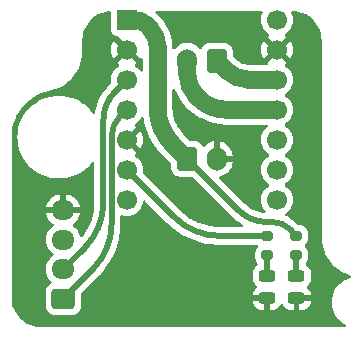
<source format=gbr>
%TF.GenerationSoftware,KiCad,Pcbnew,8.0.1*%
%TF.CreationDate,2024-07-18T22:05:32+09:00*%
%TF.ProjectId,Dribbler-20240708,44726962-626c-4657-922d-323032343037,rev?*%
%TF.SameCoordinates,Original*%
%TF.FileFunction,Copper,L1,Top*%
%TF.FilePolarity,Positive*%
%FSLAX46Y46*%
G04 Gerber Fmt 4.6, Leading zero omitted, Abs format (unit mm)*
G04 Created by KiCad (PCBNEW 8.0.1) date 2024-07-18 22:05:32*
%MOMM*%
%LPD*%
G01*
G04 APERTURE LIST*
G04 Aperture macros list*
%AMRoundRect*
0 Rectangle with rounded corners*
0 $1 Rounding radius*
0 $2 $3 $4 $5 $6 $7 $8 $9 X,Y pos of 4 corners*
0 Add a 4 corners polygon primitive as box body*
4,1,4,$2,$3,$4,$5,$6,$7,$8,$9,$2,$3,0*
0 Add four circle primitives for the rounded corners*
1,1,$1+$1,$2,$3*
1,1,$1+$1,$4,$5*
1,1,$1+$1,$6,$7*
1,1,$1+$1,$8,$9*
0 Add four rect primitives between the rounded corners*
20,1,$1+$1,$2,$3,$4,$5,0*
20,1,$1+$1,$4,$5,$6,$7,0*
20,1,$1+$1,$6,$7,$8,$9,0*
20,1,$1+$1,$8,$9,$2,$3,0*%
G04 Aperture macros list end*
%TA.AperFunction,ComponentPad*%
%ADD10RoundRect,0.250000X-0.600000X-0.750000X0.600000X-0.750000X0.600000X0.750000X-0.600000X0.750000X0*%
%TD*%
%TA.AperFunction,ComponentPad*%
%ADD11O,1.700000X2.000000*%
%TD*%
%TA.AperFunction,ComponentPad*%
%ADD12R,1.700000X1.700000*%
%TD*%
%TA.AperFunction,ComponentPad*%
%ADD13C,1.700000*%
%TD*%
%TA.AperFunction,SMDPad,CuDef*%
%ADD14RoundRect,0.200000X0.275000X-0.200000X0.275000X0.200000X-0.275000X0.200000X-0.275000X-0.200000X0*%
%TD*%
%TA.AperFunction,ComponentPad*%
%ADD15RoundRect,0.250000X0.725000X-0.600000X0.725000X0.600000X-0.725000X0.600000X-0.725000X-0.600000X0*%
%TD*%
%TA.AperFunction,ComponentPad*%
%ADD16O,1.950000X1.700000*%
%TD*%
%TA.AperFunction,SMDPad,CuDef*%
%ADD17RoundRect,0.243750X0.456250X-0.243750X0.456250X0.243750X-0.456250X0.243750X-0.456250X-0.243750X0*%
%TD*%
%TA.AperFunction,ComponentPad*%
%ADD18RoundRect,0.250000X0.600000X0.750000X-0.600000X0.750000X-0.600000X-0.750000X0.600000X-0.750000X0*%
%TD*%
%TA.AperFunction,Conductor*%
%ADD19C,0.500000*%
%TD*%
%TA.AperFunction,Conductor*%
%ADD20C,1.500000*%
%TD*%
G04 APERTURE END LIST*
D10*
%TO.P,VIN,1,Pin_1*%
%TO.N,VCC*%
X113750000Y-103150000D03*
D11*
%TO.P,VIN,2,Pin_2*%
%TO.N,GND*%
X116250000Y-103150000D03*
%TD*%
D12*
%TO.P,U1,1,VM*%
%TO.N,VCC*%
X108650000Y-91380000D03*
D13*
%TO.P,U1,2,GND*%
%TO.N,GND*%
X108650000Y-93920000D03*
%TO.P,U1,3,EN*%
%TO.N,EN*%
X108650000Y-96460000D03*
%TO.P,U1,4,PH*%
%TO.N,PH*%
X108650000Y-99000000D03*
%TO.P,U1,5,PMODE*%
%TO.N,GND*%
X108650000Y-101540000D03*
%TO.P,U1,6,SLEEP*%
%TO.N,+3.3V*%
X108650000Y-104080000D03*
%TO.P,U1,7,VREF*%
%TO.N,unconnected-(U1-VREF-Pad7)*%
X108650000Y-106620000D03*
%TO.P,U1,8,CS*%
%TO.N,unconnected-(U1-CS-Pad8)*%
X121350000Y-106620000D03*
%TO.P,U1,9,FAULT*%
%TO.N,unconnected-(U1-FAULT-Pad9)*%
X121350000Y-104080000D03*
%TO.P,U1,10,IMODE*%
%TO.N,unconnected-(U1-IMODE-Pad10)*%
X121350000Y-101540000D03*
%TO.P,U1,11,OUT2*%
%TO.N,OUT2*%
X121350000Y-99000000D03*
%TO.P,U1,12,OUT1*%
%TO.N,OUT1*%
X121350000Y-96460000D03*
%TO.P,U1,13,GND*%
%TO.N,GND*%
X121350000Y-93920000D03*
%TO.P,U1,14,VIN*%
%TO.N,unconnected-(U1-VIN-Pad14)*%
X121350000Y-91380000D03*
%TD*%
D14*
%TO.P,R2,1*%
%TO.N,Net-(D2-A)*%
X123000000Y-111325000D03*
%TO.P,R2,2*%
%TO.N,VCC*%
X123000000Y-109675000D03*
%TD*%
D15*
%TO.P,SIG/LOGIC,1,Pin_1*%
%TO.N,PH*%
X103250000Y-115000000D03*
D16*
%TO.P,SIG/LOGIC,2,Pin_2*%
%TO.N,EN*%
X103250000Y-112500000D03*
%TO.P,SIG/LOGIC,3,Pin_3*%
%TO.N,+3.3V*%
X103250000Y-110000000D03*
%TO.P,SIG/LOGIC,4,Pin_4*%
%TO.N,GND*%
X103250000Y-107500000D03*
%TD*%
D17*
%TO.P,LGC,1,K*%
%TO.N,GND*%
X120500000Y-114937500D03*
%TO.P,LGC,2,A*%
%TO.N,Net-(D1-A)*%
X120500000Y-113062500D03*
%TD*%
D18*
%TO.P,J3,1,Pin_1*%
%TO.N,OUT1*%
X116250000Y-94850000D03*
D11*
%TO.P,J3,2,Pin_2*%
%TO.N,OUT2*%
X113750000Y-94850000D03*
%TD*%
D14*
%TO.P,R1,1*%
%TO.N,Net-(D1-A)*%
X120500000Y-111325000D03*
%TO.P,R1,2*%
%TO.N,+3.3V*%
X120500000Y-109675000D03*
%TD*%
D17*
%TO.P,PWR,1,K*%
%TO.N,GND*%
X123000000Y-114937500D03*
%TO.P,PWR,2,A*%
%TO.N,Net-(D2-A)*%
X123000000Y-113062500D03*
%TD*%
D19*
%TO.N,Net-(D1-A)*%
X120500000Y-113062500D02*
X120500000Y-111325000D01*
%TO.N,Net-(D2-A)*%
X123000000Y-111325000D02*
X123000000Y-113062500D01*
%TO.N,VCC*%
X113750000Y-103150000D02*
X118136567Y-107536567D01*
X122412500Y-109087500D02*
X123000000Y-109675000D01*
D20*
X113750000Y-103150000D02*
X112500000Y-101900000D01*
D19*
X120994149Y-108500000D02*
X120462500Y-108500000D01*
D20*
X109265000Y-91380000D02*
X108650000Y-91380000D01*
X110565000Y-92065000D02*
X110314870Y-91814870D01*
X111250000Y-93718736D02*
X111250000Y-98882233D01*
D19*
X122412500Y-109087500D02*
G75*
G03*
X120994149Y-108500021I-1418300J-1418300D01*
G01*
D20*
X110564999Y-92065001D02*
G75*
G02*
X111249984Y-93718736I-1653699J-1653699D01*
G01*
D19*
X118136567Y-107536567D02*
G75*
G03*
X120462500Y-108499990I2325933J2325967D01*
G01*
D20*
X111250000Y-98882233D02*
G75*
G03*
X112500010Y-101899990I4267800J33D01*
G01*
X110314870Y-91814870D02*
G75*
G03*
X109265000Y-91379988I-1049870J-1049830D01*
G01*
%TO.N,OUT2*%
X113750000Y-95950000D02*
X113750000Y-94850000D01*
X114725000Y-98025000D02*
X114527817Y-97827817D01*
X117078858Y-99000000D02*
X121350000Y-99000000D01*
X114725000Y-98025000D02*
G75*
G03*
X117078858Y-99000017I2353900J2353900D01*
G01*
X113750000Y-95950000D02*
G75*
G03*
X114527824Y-97827810I2655600J0D01*
G01*
%TO.N,OUT1*%
X117055000Y-95655000D02*
X116250000Y-94850000D01*
X118998441Y-96460000D02*
X121350000Y-96460000D01*
X117055000Y-95655000D02*
G75*
G03*
X118998441Y-96459982I1943400J1943400D01*
G01*
D19*
%TO.N,PH*%
X105756207Y-112493792D02*
X103250000Y-115000000D01*
X108000000Y-99650000D02*
X108650000Y-99000000D01*
X107350000Y-101219238D02*
X107350000Y-108646036D01*
X108000001Y-99650001D02*
G75*
G03*
X107350017Y-101219238I1569199J-1569199D01*
G01*
X107350000Y-108646036D02*
G75*
G02*
X105756200Y-112493785I-5441600J36D01*
G01*
%TO.N,EN*%
X107650000Y-97460000D02*
X108650000Y-96460000D01*
X105056207Y-110693792D02*
X103250000Y-112500000D01*
X106650000Y-99874213D02*
X106650000Y-106846036D01*
X107650000Y-97460000D02*
G75*
G03*
X106650006Y-99874213I2414200J-2414200D01*
G01*
X106650000Y-106846036D02*
G75*
G02*
X105056200Y-110693785I-5441600J36D01*
G01*
%TO.N,+3.3V*%
X112651207Y-108081207D02*
X108650000Y-104080000D01*
X116498963Y-109675000D02*
X120500000Y-109675000D01*
X112651208Y-108081206D02*
G75*
G03*
X116498963Y-109675010I3847792J3847806D01*
G01*
%TD*%
%TA.AperFunction,Conductor*%
%TO.N,GND*%
G36*
X122914979Y-90628425D02*
G01*
X122929894Y-90630244D01*
X123213153Y-90682376D01*
X123227737Y-90685986D01*
X123502599Y-90772012D01*
X123516641Y-90777361D01*
X123779075Y-90896021D01*
X123792369Y-90903032D01*
X124038506Y-91052573D01*
X124050857Y-91061143D01*
X124277087Y-91239371D01*
X124288311Y-91249373D01*
X124491316Y-91453674D01*
X124501247Y-91464962D01*
X124676321Y-91690125D01*
X124678029Y-91692321D01*
X124686521Y-91704727D01*
X124834494Y-91951820D01*
X124841421Y-91965162D01*
X124958399Y-92228330D01*
X124963662Y-92242413D01*
X125047936Y-92517820D01*
X125051455Y-92532436D01*
X125101778Y-92816003D01*
X125103503Y-92830937D01*
X125119326Y-93121926D01*
X125119507Y-93129444D01*
X125119085Y-93195976D01*
X125119519Y-93202922D01*
X125119519Y-109638619D01*
X125119500Y-109638683D01*
X125119500Y-109690000D01*
X125119500Y-109861969D01*
X125127851Y-109946759D01*
X125153210Y-110204249D01*
X125220308Y-110541572D01*
X125320150Y-110870706D01*
X125386177Y-111030109D01*
X125445036Y-111172208D01*
X125451770Y-111188464D01*
X125451772Y-111188469D01*
X125613893Y-111491775D01*
X125613904Y-111491793D01*
X125804975Y-111777751D01*
X125804985Y-111777765D01*
X126023176Y-112043632D01*
X126266367Y-112286823D01*
X126266372Y-112286827D01*
X126266373Y-112286828D01*
X126532240Y-112505019D01*
X126818213Y-112696100D01*
X126818222Y-112696105D01*
X126818224Y-112696106D01*
X127121530Y-112858227D01*
X127121532Y-112858227D01*
X127121538Y-112858231D01*
X127439295Y-112989850D01*
X127547535Y-113022684D01*
X127605972Y-113060981D01*
X127634428Y-113124793D01*
X127623868Y-113193860D01*
X127577644Y-113246253D01*
X127544993Y-113260746D01*
X127382917Y-113306157D01*
X127382916Y-113306158D01*
X127119363Y-113420634D01*
X126873834Y-113569944D01*
X126650931Y-113751289D01*
X126454793Y-113961299D01*
X126289079Y-114196064D01*
X126156875Y-114451206D01*
X126060648Y-114721962D01*
X126060647Y-114721965D01*
X126002182Y-115003319D01*
X125982573Y-115290000D01*
X126002182Y-115576680D01*
X126002182Y-115576684D01*
X126002183Y-115576686D01*
X126023965Y-115681509D01*
X126060647Y-115858034D01*
X126060648Y-115858037D01*
X126156875Y-116128793D01*
X126156874Y-116128793D01*
X126289079Y-116383935D01*
X126454793Y-116618700D01*
X126523052Y-116691787D01*
X126650928Y-116828708D01*
X126873834Y-117010055D01*
X127119356Y-117159361D01*
X127119359Y-117159362D01*
X127119671Y-117159552D01*
X127166723Y-117211204D01*
X127178380Y-117280094D01*
X127150942Y-117344351D01*
X127093120Y-117383573D01*
X127055242Y-117389500D01*
X101383751Y-117389500D01*
X101376264Y-117389274D01*
X101086205Y-117371728D01*
X101071340Y-117369923D01*
X100789201Y-117318219D01*
X100774663Y-117314635D01*
X100500832Y-117229306D01*
X100486831Y-117223997D01*
X100225263Y-117106275D01*
X100212004Y-117099316D01*
X99966540Y-116950928D01*
X99954217Y-116942422D01*
X99888372Y-116890836D01*
X99728426Y-116765526D01*
X99717218Y-116755596D01*
X99514403Y-116552781D01*
X99504473Y-116541573D01*
X99327573Y-116315776D01*
X99319075Y-116303465D01*
X99170680Y-116057989D01*
X99163727Y-116044743D01*
X99046000Y-115783163D01*
X99040693Y-115769167D01*
X99040525Y-115768629D01*
X98955363Y-115495335D01*
X98951780Y-115480798D01*
X98905969Y-115230815D01*
X98900075Y-115198657D01*
X98898271Y-115183794D01*
X98880745Y-114894050D01*
X98880519Y-114886563D01*
X98880519Y-101373872D01*
X98880520Y-101373869D01*
X98880519Y-101310807D01*
X98880648Y-101305150D01*
X98880673Y-101304596D01*
X98896914Y-100948983D01*
X98897943Y-100937744D01*
X98946228Y-100587337D01*
X98948276Y-100576249D01*
X99028304Y-100231718D01*
X99031363Y-100220832D01*
X99142467Y-99885037D01*
X99146508Y-99874467D01*
X99232166Y-99677830D01*
X99287758Y-99550210D01*
X99292733Y-99540078D01*
X99462980Y-99230009D01*
X99468850Y-99220386D01*
X99666647Y-98927144D01*
X99673389Y-98918073D01*
X99702644Y-98882243D01*
X99897088Y-98644097D01*
X99904612Y-98635695D01*
X100152375Y-98383237D01*
X100160649Y-98375544D01*
X100214130Y-98330178D01*
X100430386Y-98146735D01*
X100439302Y-98139847D01*
X100728785Y-97936575D01*
X100738296Y-97930525D01*
X101045112Y-97754490D01*
X101055162Y-97749319D01*
X101376715Y-97602004D01*
X101387185Y-97597774D01*
X101720858Y-97480380D01*
X101731666Y-97477124D01*
X102076740Y-97390112D01*
X102082262Y-97388853D01*
X102248014Y-97355050D01*
X102575478Y-97254047D01*
X102891512Y-97121547D01*
X103193096Y-96958815D01*
X103477345Y-96767409D01*
X103741543Y-96549157D01*
X103983163Y-96306147D01*
X104199895Y-96040702D01*
X104389668Y-95755359D01*
X104550666Y-95452847D01*
X104681351Y-95136058D01*
X104681353Y-95136052D01*
X104780471Y-94808032D01*
X104780472Y-94808025D01*
X104780474Y-94808020D01*
X104847086Y-94471870D01*
X104880551Y-94130821D01*
X104880519Y-93959478D01*
X104880519Y-93893586D01*
X104880519Y-93113730D01*
X104880745Y-93106242D01*
X104898292Y-92816191D01*
X104900097Y-92801327D01*
X104905404Y-92772369D01*
X104951803Y-92519186D01*
X104955382Y-92504668D01*
X105040721Y-92230807D01*
X105046021Y-92216832D01*
X105163749Y-91955257D01*
X105170698Y-91942015D01*
X105319101Y-91696529D01*
X105327599Y-91684220D01*
X105504490Y-91458437D01*
X105514410Y-91447237D01*
X105717248Y-91244401D01*
X105728440Y-91234486D01*
X105954235Y-91057588D01*
X105966556Y-91049084D01*
X106212024Y-90900693D01*
X106225269Y-90893742D01*
X106486851Y-90776014D01*
X106500816Y-90770717D01*
X106774690Y-90685376D01*
X106789204Y-90681798D01*
X107071346Y-90630094D01*
X107086203Y-90628290D01*
X107168014Y-90623341D01*
X107236118Y-90638942D01*
X107284978Y-90688886D01*
X107299500Y-90747115D01*
X107299500Y-92277870D01*
X107299501Y-92277876D01*
X107305908Y-92337483D01*
X107356202Y-92472328D01*
X107356206Y-92472335D01*
X107442452Y-92587544D01*
X107442455Y-92587547D01*
X107557664Y-92673793D01*
X107557671Y-92673797D01*
X107602618Y-92690561D01*
X107692517Y-92724091D01*
X107752127Y-92730500D01*
X107762684Y-92730499D01*
X107829722Y-92750179D01*
X107850371Y-92766818D01*
X108520590Y-93437037D01*
X108457007Y-93454075D01*
X108342993Y-93519901D01*
X108249901Y-93612993D01*
X108184075Y-93727007D01*
X108167037Y-93790590D01*
X107535072Y-93158625D01*
X107476401Y-93242419D01*
X107376570Y-93456507D01*
X107376566Y-93456516D01*
X107315432Y-93684673D01*
X107315430Y-93684684D01*
X107294843Y-93919998D01*
X107294843Y-93920001D01*
X107315430Y-94155315D01*
X107315432Y-94155326D01*
X107376566Y-94383483D01*
X107376570Y-94383492D01*
X107476400Y-94597579D01*
X107476402Y-94597583D01*
X107535072Y-94681373D01*
X107535073Y-94681373D01*
X108167037Y-94049409D01*
X108184075Y-94112993D01*
X108249901Y-94227007D01*
X108342993Y-94320099D01*
X108457007Y-94385925D01*
X108520590Y-94402962D01*
X107888625Y-95034925D01*
X107964594Y-95088119D01*
X108008219Y-95142696D01*
X108015413Y-95212194D01*
X107983890Y-95274549D01*
X107964595Y-95291269D01*
X107778594Y-95421508D01*
X107611505Y-95588597D01*
X107475965Y-95782169D01*
X107475964Y-95782171D01*
X107376098Y-95996335D01*
X107376094Y-95996344D01*
X107314938Y-96224586D01*
X107314936Y-96224596D01*
X107294341Y-96459999D01*
X107294341Y-96460001D01*
X107312977Y-96673012D01*
X107299210Y-96741512D01*
X107277131Y-96771500D01*
X107175093Y-96873538D01*
X107157653Y-96890979D01*
X107157652Y-96890979D01*
X107157651Y-96890980D01*
X107155661Y-96892971D01*
X107155627Y-96892989D01*
X107155631Y-96892993D01*
X106990743Y-97057880D01*
X106990737Y-97057886D01*
X106990735Y-97057889D01*
X106921206Y-97140751D01*
X106756967Y-97336483D01*
X106548390Y-97634362D01*
X106548374Y-97634388D01*
X106366546Y-97949322D01*
X106366534Y-97949346D01*
X106212851Y-98278922D01*
X106212848Y-98278930D01*
X106088465Y-98620673D01*
X105994346Y-98971938D01*
X105994343Y-98971951D01*
X105951316Y-99215969D01*
X105920289Y-99278571D01*
X105860342Y-99314462D01*
X105790508Y-99312245D01*
X105732958Y-99272624D01*
X105725211Y-99261980D01*
X105715870Y-99247596D01*
X105706004Y-99235413D01*
X105546055Y-99037892D01*
X105484968Y-98962456D01*
X105225525Y-98703013D01*
X105019706Y-98536344D01*
X104940383Y-98472109D01*
X104632675Y-98272282D01*
X104305758Y-98105708D01*
X103963225Y-97974222D01*
X103963218Y-97974220D01*
X103608813Y-97879257D01*
X103608809Y-97879256D01*
X103608808Y-97879256D01*
X103246424Y-97821860D01*
X102880020Y-97802658D01*
X102880018Y-97802658D01*
X102513613Y-97821860D01*
X102151230Y-97879256D01*
X102151228Y-97879256D01*
X101796812Y-97974222D01*
X101454279Y-98105708D01*
X101127362Y-98272282D01*
X100819654Y-98472109D01*
X100534517Y-98703009D01*
X100534509Y-98703016D01*
X100275073Y-98962452D01*
X100275066Y-98962460D01*
X100044166Y-99247597D01*
X99844339Y-99555305D01*
X99677765Y-99882222D01*
X99546279Y-100224755D01*
X99451313Y-100579171D01*
X99451313Y-100579173D01*
X99393917Y-100941556D01*
X99374715Y-101307961D01*
X99374715Y-101307962D01*
X99393917Y-101674367D01*
X99409920Y-101775403D01*
X99451314Y-102036756D01*
X99499766Y-102217582D01*
X99546279Y-102391168D01*
X99677765Y-102733701D01*
X99844339Y-103060618D01*
X100044166Y-103368326D01*
X100080904Y-103413693D01*
X100275070Y-103653468D01*
X100534513Y-103912911D01*
X100534517Y-103912914D01*
X100819654Y-104143814D01*
X101106631Y-104330178D01*
X101127367Y-104343644D01*
X101454283Y-104510217D01*
X101796820Y-104641704D01*
X102151225Y-104736667D01*
X102513615Y-104794064D01*
X102859753Y-104812203D01*
X102880018Y-104813266D01*
X102880019Y-104813266D01*
X102880020Y-104813266D01*
X102899222Y-104812259D01*
X103246423Y-104794064D01*
X103608813Y-104736667D01*
X103963218Y-104641704D01*
X104305755Y-104510217D01*
X104632671Y-104343644D01*
X104940385Y-104143813D01*
X105225525Y-103912911D01*
X105484968Y-103653468D01*
X105679134Y-103413692D01*
X105736621Y-103373982D01*
X105806452Y-103371654D01*
X105866456Y-103407449D01*
X105897582Y-103470003D01*
X105899500Y-103491729D01*
X105899500Y-106843605D01*
X105899404Y-106848474D01*
X105885228Y-107209218D01*
X105884464Y-107218924D01*
X105842314Y-107575030D01*
X105840791Y-107584647D01*
X105770830Y-107936357D01*
X105768557Y-107945824D01*
X105671222Y-108290945D01*
X105668213Y-108300205D01*
X105544091Y-108636646D01*
X105540366Y-108645641D01*
X105390233Y-108971305D01*
X105385812Y-108979980D01*
X105210602Y-109292839D01*
X105205515Y-109301141D01*
X105006286Y-109599308D01*
X105000564Y-109607184D01*
X104908237Y-109724301D01*
X104851274Y-109764762D01*
X104781480Y-109768004D01*
X104721012Y-109732997D01*
X104692926Y-109685852D01*
X104692246Y-109683760D01*
X104692246Y-109683757D01*
X104626557Y-109481588D01*
X104530051Y-109292184D01*
X104530049Y-109292181D01*
X104530048Y-109292179D01*
X104405109Y-109120213D01*
X104254790Y-108969894D01*
X104254785Y-108969890D01*
X104089781Y-108850008D01*
X104047115Y-108794678D01*
X104041136Y-108725065D01*
X104073741Y-108663270D01*
X104089781Y-108649371D01*
X104254466Y-108529721D01*
X104404723Y-108379464D01*
X104404727Y-108379459D01*
X104529620Y-108207557D01*
X104626095Y-108018217D01*
X104691757Y-107816129D01*
X104691757Y-107816126D01*
X104702231Y-107750000D01*
X103654146Y-107750000D01*
X103692630Y-107683343D01*
X103725000Y-107562535D01*
X103725000Y-107437465D01*
X103692630Y-107316657D01*
X103654146Y-107250000D01*
X104702231Y-107250000D01*
X104691757Y-107183873D01*
X104691757Y-107183870D01*
X104626095Y-106981782D01*
X104529620Y-106792442D01*
X104404727Y-106620540D01*
X104404723Y-106620535D01*
X104254464Y-106470276D01*
X104254459Y-106470272D01*
X104082557Y-106345379D01*
X103893217Y-106248904D01*
X103691128Y-106183242D01*
X103500000Y-106152969D01*
X103500000Y-107095854D01*
X103433343Y-107057370D01*
X103312535Y-107025000D01*
X103187465Y-107025000D01*
X103066657Y-107057370D01*
X103000000Y-107095854D01*
X103000000Y-106152969D01*
X102808872Y-106183242D01*
X102808869Y-106183242D01*
X102606782Y-106248904D01*
X102417442Y-106345379D01*
X102245540Y-106470272D01*
X102245535Y-106470276D01*
X102095276Y-106620535D01*
X102095272Y-106620540D01*
X101970379Y-106792442D01*
X101873904Y-106981782D01*
X101808242Y-107183870D01*
X101808242Y-107183873D01*
X101797769Y-107250000D01*
X102845854Y-107250000D01*
X102807370Y-107316657D01*
X102775000Y-107437465D01*
X102775000Y-107562535D01*
X102807370Y-107683343D01*
X102845854Y-107750000D01*
X101797769Y-107750000D01*
X101808242Y-107816126D01*
X101808242Y-107816129D01*
X101873904Y-108018217D01*
X101970379Y-108207557D01*
X102095272Y-108379459D01*
X102095276Y-108379464D01*
X102245535Y-108529723D01*
X102245540Y-108529727D01*
X102410218Y-108649372D01*
X102452884Y-108704701D01*
X102458863Y-108774315D01*
X102426258Y-108836110D01*
X102410218Y-108850008D01*
X102245214Y-108969890D01*
X102245209Y-108969894D01*
X102094890Y-109120213D01*
X101969951Y-109292179D01*
X101873444Y-109481585D01*
X101807753Y-109683760D01*
X101774500Y-109893713D01*
X101774500Y-110106286D01*
X101806794Y-110310185D01*
X101807754Y-110316243D01*
X101858896Y-110473642D01*
X101873444Y-110518414D01*
X101969951Y-110707820D01*
X102094890Y-110879786D01*
X102245209Y-111030105D01*
X102245214Y-111030109D01*
X102409793Y-111149682D01*
X102452459Y-111205011D01*
X102458438Y-111274625D01*
X102425833Y-111336420D01*
X102409793Y-111350318D01*
X102245214Y-111469890D01*
X102245209Y-111469894D01*
X102094890Y-111620213D01*
X101969951Y-111792179D01*
X101873444Y-111981585D01*
X101807753Y-112183760D01*
X101780791Y-112353996D01*
X101774500Y-112393713D01*
X101774500Y-112606287D01*
X101807754Y-112816243D01*
X101864162Y-112989849D01*
X101873444Y-113018414D01*
X101969951Y-113207820D01*
X102094890Y-113379786D01*
X102233705Y-113518601D01*
X102267190Y-113579924D01*
X102262206Y-113649616D01*
X102220334Y-113705549D01*
X102211121Y-113711821D01*
X102056342Y-113807289D01*
X101932289Y-113931342D01*
X101840187Y-114080663D01*
X101840185Y-114080668D01*
X101831670Y-114106365D01*
X101785001Y-114247203D01*
X101785001Y-114247204D01*
X101785000Y-114247204D01*
X101774500Y-114349983D01*
X101774500Y-115650001D01*
X101774501Y-115650018D01*
X101785000Y-115752796D01*
X101785001Y-115752799D01*
X101838615Y-115914592D01*
X101840186Y-115919334D01*
X101932288Y-116068656D01*
X102056344Y-116192712D01*
X102205666Y-116284814D01*
X102372203Y-116339999D01*
X102474991Y-116350500D01*
X104025008Y-116350499D01*
X104127797Y-116339999D01*
X104294334Y-116284814D01*
X104443656Y-116192712D01*
X104567712Y-116068656D01*
X104659814Y-115919334D01*
X104714999Y-115752797D01*
X104725500Y-115650009D01*
X104725500Y-115187500D01*
X119300000Y-115187500D01*
X119300000Y-115230815D01*
X119310407Y-115332673D01*
X119365094Y-115497709D01*
X119365096Y-115497714D01*
X119456370Y-115645691D01*
X119579308Y-115768629D01*
X119727285Y-115859903D01*
X119727290Y-115859905D01*
X119892326Y-115914592D01*
X119994184Y-115924999D01*
X119994197Y-115925000D01*
X120250000Y-115925000D01*
X120250000Y-115187500D01*
X119300000Y-115187500D01*
X104725500Y-115187500D01*
X104725499Y-114637227D01*
X104745183Y-114570189D01*
X104761813Y-114549552D01*
X106220905Y-113090459D01*
X106220910Y-113090456D01*
X106231113Y-113080252D01*
X106231115Y-113080252D01*
X106286892Y-113024475D01*
X106286891Y-113024474D01*
X106323204Y-112988162D01*
X106323206Y-112988158D01*
X106339159Y-112972207D01*
X106339160Y-112972204D01*
X106343630Y-112967735D01*
X106343765Y-112967584D01*
X106443260Y-112868091D01*
X106732903Y-112533824D01*
X106732902Y-112533824D01*
X106732910Y-112533816D01*
X106997960Y-112179750D01*
X106997959Y-112179750D01*
X106997963Y-112179746D01*
X107237087Y-111807662D01*
X107449058Y-111419466D01*
X107632796Y-111017138D01*
X107787365Y-110602728D01*
X107911976Y-110178346D01*
X107952671Y-109991281D01*
X108005994Y-109746162D01*
X108009102Y-109724548D01*
X108068943Y-109308361D01*
X108100499Y-108867190D01*
X108100500Y-108646041D01*
X108100501Y-108567160D01*
X108100500Y-108567155D01*
X108100500Y-108032503D01*
X108120185Y-107965464D01*
X108172989Y-107919709D01*
X108242147Y-107909765D01*
X108256593Y-107912728D01*
X108282647Y-107919709D01*
X108414592Y-107955063D01*
X108602918Y-107971539D01*
X108649999Y-107975659D01*
X108650000Y-107975659D01*
X108650001Y-107975659D01*
X108689234Y-107972226D01*
X108885408Y-107955063D01*
X109113663Y-107893903D01*
X109327830Y-107794035D01*
X109521401Y-107658495D01*
X109688495Y-107491401D01*
X109824035Y-107297830D01*
X109923903Y-107083663D01*
X109985063Y-106855408D01*
X109992375Y-106771822D01*
X110017827Y-106706756D01*
X110074418Y-106665778D01*
X110144180Y-106661899D01*
X110203584Y-106694951D01*
X112060406Y-108551773D01*
X112060427Y-108551796D01*
X112178882Y-108670251D01*
X112179121Y-108670474D01*
X112276885Y-108768238D01*
X112276898Y-108768250D01*
X112276908Y-108768260D01*
X112457219Y-108924500D01*
X112611176Y-109057904D01*
X112965248Y-109322959D01*
X112965260Y-109322967D01*
X113065386Y-109387314D01*
X113337337Y-109562087D01*
X113725533Y-109774058D01*
X114127861Y-109957796D01*
X114542271Y-110112365D01*
X114831253Y-110197218D01*
X114966655Y-110236977D01*
X115398836Y-110330994D01*
X115398840Y-110330994D01*
X115398842Y-110330995D01*
X115836638Y-110393943D01*
X116246252Y-110423241D01*
X116277808Y-110425499D01*
X116277809Y-110425499D01*
X116410603Y-110425499D01*
X116410611Y-110425500D01*
X116498958Y-110425500D01*
X116577839Y-110425501D01*
X116577844Y-110425500D01*
X119634480Y-110425500D01*
X119701519Y-110445185D01*
X119747274Y-110497989D01*
X119757218Y-110567147D01*
X119728193Y-110630703D01*
X119722161Y-110637181D01*
X119669531Y-110689810D01*
X119669530Y-110689811D01*
X119581522Y-110835393D01*
X119530913Y-110997807D01*
X119524500Y-111068386D01*
X119524500Y-111581613D01*
X119530913Y-111652192D01*
X119530913Y-111652194D01*
X119530914Y-111652196D01*
X119570038Y-111777751D01*
X119581522Y-111814606D01*
X119669530Y-111960188D01*
X119691582Y-111982240D01*
X119725067Y-112043563D01*
X119720083Y-112113255D01*
X119678211Y-112169188D01*
X119668999Y-112175459D01*
X119578997Y-112230973D01*
X119455974Y-112353996D01*
X119455971Y-112354000D01*
X119364642Y-112502066D01*
X119364637Y-112502077D01*
X119309913Y-112667223D01*
X119299500Y-112769144D01*
X119299500Y-113355855D01*
X119309913Y-113457776D01*
X119364637Y-113622922D01*
X119364642Y-113622933D01*
X119455971Y-113770999D01*
X119455974Y-113771003D01*
X119578999Y-113894028D01*
X119580183Y-113894758D01*
X119580823Y-113895470D01*
X119584664Y-113898507D01*
X119584145Y-113899163D01*
X119626906Y-113946708D01*
X119638125Y-114015671D01*
X119610279Y-114079752D01*
X119584877Y-114101762D01*
X119584977Y-114101888D01*
X119582177Y-114104101D01*
X119580184Y-114105829D01*
X119579315Y-114106364D01*
X119579309Y-114106369D01*
X119456370Y-114229308D01*
X119365096Y-114377285D01*
X119365094Y-114377290D01*
X119310407Y-114542326D01*
X119300000Y-114644184D01*
X119300000Y-114687500D01*
X120626000Y-114687500D01*
X120693039Y-114707185D01*
X120738794Y-114759989D01*
X120750000Y-114811500D01*
X120750000Y-115925000D01*
X121005803Y-115925000D01*
X121005815Y-115924999D01*
X121107673Y-115914592D01*
X121272709Y-115859905D01*
X121272714Y-115859903D01*
X121420691Y-115768629D01*
X121543629Y-115645691D01*
X121634905Y-115497711D01*
X121637616Y-115491897D01*
X121683787Y-115439456D01*
X121750980Y-115420302D01*
X121817862Y-115440516D01*
X121862384Y-115491897D01*
X121865094Y-115497711D01*
X121956370Y-115645691D01*
X122079308Y-115768629D01*
X122227285Y-115859903D01*
X122227290Y-115859905D01*
X122392326Y-115914592D01*
X122494184Y-115924999D01*
X122494197Y-115925000D01*
X122750000Y-115925000D01*
X122750000Y-115187500D01*
X123250000Y-115187500D01*
X123250000Y-115925000D01*
X123505803Y-115925000D01*
X123505815Y-115924999D01*
X123607673Y-115914592D01*
X123772709Y-115859905D01*
X123772714Y-115859903D01*
X123920691Y-115768629D01*
X124043629Y-115645691D01*
X124134903Y-115497714D01*
X124134905Y-115497709D01*
X124189592Y-115332673D01*
X124199999Y-115230815D01*
X124200000Y-115230802D01*
X124200000Y-115187500D01*
X123250000Y-115187500D01*
X122750000Y-115187500D01*
X122750000Y-114811500D01*
X122769685Y-114744461D01*
X122822489Y-114698706D01*
X122874000Y-114687500D01*
X124200000Y-114687500D01*
X124200000Y-114644197D01*
X124199999Y-114644184D01*
X124189592Y-114542326D01*
X124134905Y-114377290D01*
X124134903Y-114377285D01*
X124043629Y-114229308D01*
X123920690Y-114106369D01*
X123920685Y-114106365D01*
X123919822Y-114105833D01*
X123919353Y-114105312D01*
X123915023Y-114101888D01*
X123915608Y-114101148D01*
X123873096Y-114053886D01*
X123861873Y-113984924D01*
X123889716Y-113920841D01*
X123915398Y-113898586D01*
X123915336Y-113898507D01*
X123917106Y-113897107D01*
X123919820Y-113894755D01*
X123921003Y-113894026D01*
X124044026Y-113771003D01*
X124135362Y-113622925D01*
X124190087Y-113457775D01*
X124200500Y-113355848D01*
X124200500Y-112769152D01*
X124190087Y-112667225D01*
X124135362Y-112502075D01*
X124135358Y-112502069D01*
X124135357Y-112502066D01*
X124044028Y-112354000D01*
X124044025Y-112353996D01*
X123921003Y-112230974D01*
X123920999Y-112230971D01*
X123831001Y-112175459D01*
X123784276Y-112123511D01*
X123773055Y-112054548D01*
X123800898Y-111990467D01*
X123808407Y-111982249D01*
X123830472Y-111960185D01*
X123918478Y-111814606D01*
X123969086Y-111652196D01*
X123975500Y-111581616D01*
X123975500Y-111068384D01*
X123969086Y-110997804D01*
X123918478Y-110835394D01*
X123830472Y-110689815D01*
X123830470Y-110689813D01*
X123830469Y-110689811D01*
X123728339Y-110587681D01*
X123694854Y-110526358D01*
X123699838Y-110456666D01*
X123728339Y-110412319D01*
X123830468Y-110310189D01*
X123830469Y-110310188D01*
X123830472Y-110310185D01*
X123918478Y-110164606D01*
X123969086Y-110002196D01*
X123975500Y-109931616D01*
X123975500Y-109418384D01*
X123969086Y-109347804D01*
X123918478Y-109185394D01*
X123830472Y-109039815D01*
X123830470Y-109039813D01*
X123830469Y-109039811D01*
X123710188Y-108919530D01*
X123621293Y-108865791D01*
X123564606Y-108831522D01*
X123402196Y-108780914D01*
X123402194Y-108780913D01*
X123402192Y-108780913D01*
X123352778Y-108776423D01*
X123331616Y-108774500D01*
X123331613Y-108774500D01*
X123212230Y-108774500D01*
X123145191Y-108754815D01*
X123124549Y-108738181D01*
X122979517Y-108593149D01*
X122979484Y-108593089D01*
X122943197Y-108556802D01*
X122943198Y-108556802D01*
X122847447Y-108461051D01*
X122847446Y-108461050D01*
X122638101Y-108289244D01*
X122412912Y-108138780D01*
X122412905Y-108138777D01*
X122174066Y-108011116D01*
X122096208Y-107978868D01*
X122041804Y-107935027D01*
X122019738Y-107868733D01*
X122037016Y-107801034D01*
X122072534Y-107762732D01*
X122221401Y-107658495D01*
X122388495Y-107491401D01*
X122524035Y-107297830D01*
X122623903Y-107083663D01*
X122685063Y-106855408D01*
X122705659Y-106620000D01*
X122685063Y-106384592D01*
X122623903Y-106156337D01*
X122524035Y-105942171D01*
X122388495Y-105748599D01*
X122388494Y-105748597D01*
X122221402Y-105581506D01*
X122221396Y-105581501D01*
X122035842Y-105451575D01*
X121992217Y-105396998D01*
X121985023Y-105327500D01*
X122016546Y-105265145D01*
X122035842Y-105248425D01*
X122058026Y-105232891D01*
X122221401Y-105118495D01*
X122388495Y-104951401D01*
X122524035Y-104757830D01*
X122623903Y-104543663D01*
X122685063Y-104315408D01*
X122705659Y-104080000D01*
X122685063Y-103844592D01*
X122623903Y-103616337D01*
X122524035Y-103402171D01*
X122508732Y-103380315D01*
X122388494Y-103208597D01*
X122221402Y-103041506D01*
X122221396Y-103041501D01*
X122035842Y-102911575D01*
X121992217Y-102856998D01*
X121985023Y-102787500D01*
X122016546Y-102725145D01*
X122035842Y-102708425D01*
X122146530Y-102630920D01*
X122221401Y-102578495D01*
X122388495Y-102411401D01*
X122524035Y-102217830D01*
X122623903Y-102003663D01*
X122685063Y-101775408D01*
X122705659Y-101540000D01*
X122685063Y-101304592D01*
X122623903Y-101076337D01*
X122524035Y-100862171D01*
X122477958Y-100796365D01*
X122388494Y-100668597D01*
X122221402Y-100501506D01*
X122221396Y-100501501D01*
X122035842Y-100371575D01*
X121992217Y-100316998D01*
X121985023Y-100247500D01*
X122016546Y-100185145D01*
X122035842Y-100168425D01*
X122067582Y-100146200D01*
X122221401Y-100038495D01*
X122388495Y-99871401D01*
X122524035Y-99677830D01*
X122623903Y-99463663D01*
X122685063Y-99235408D01*
X122705659Y-99000000D01*
X122685063Y-98764592D01*
X122623903Y-98536337D01*
X122524035Y-98322171D01*
X122516355Y-98311202D01*
X122388494Y-98128597D01*
X122221402Y-97961506D01*
X122221396Y-97961501D01*
X122035842Y-97831575D01*
X121992217Y-97776998D01*
X121985023Y-97707500D01*
X122016546Y-97645145D01*
X122035842Y-97628425D01*
X122147267Y-97550404D01*
X122221401Y-97498495D01*
X122388495Y-97331401D01*
X122524035Y-97137830D01*
X122623903Y-96923663D01*
X122685063Y-96695408D01*
X122705659Y-96460000D01*
X122685063Y-96224592D01*
X122623903Y-95996337D01*
X122524035Y-95782171D01*
X122510066Y-95762220D01*
X122388494Y-95588597D01*
X122221402Y-95421506D01*
X122221401Y-95421505D01*
X122035405Y-95291269D01*
X121991781Y-95236692D01*
X121984588Y-95167193D01*
X122016110Y-95104839D01*
X122035405Y-95088119D01*
X122111373Y-95034925D01*
X121479409Y-94402962D01*
X121542993Y-94385925D01*
X121657007Y-94320099D01*
X121750099Y-94227007D01*
X121815925Y-94112993D01*
X121832962Y-94049410D01*
X122464925Y-94681373D01*
X122464926Y-94681373D01*
X122523598Y-94597582D01*
X122523600Y-94597578D01*
X122623429Y-94383492D01*
X122623433Y-94383483D01*
X122684567Y-94155326D01*
X122684569Y-94155315D01*
X122705157Y-93920001D01*
X122705157Y-93919998D01*
X122684569Y-93684684D01*
X122684567Y-93684673D01*
X122623433Y-93456516D01*
X122623429Y-93456507D01*
X122523600Y-93242423D01*
X122523599Y-93242421D01*
X122464925Y-93158626D01*
X122464925Y-93158625D01*
X121832962Y-93790589D01*
X121815925Y-93727007D01*
X121750099Y-93612993D01*
X121657007Y-93519901D01*
X121542993Y-93454075D01*
X121479410Y-93437037D01*
X122111373Y-92805073D01*
X122111373Y-92805072D01*
X122035405Y-92751880D01*
X121991780Y-92697304D01*
X121984586Y-92627805D01*
X122016108Y-92565451D01*
X122035399Y-92548734D01*
X122221401Y-92418495D01*
X122388495Y-92251401D01*
X122524035Y-92057830D01*
X122623903Y-91843663D01*
X122685063Y-91615408D01*
X122705659Y-91380000D01*
X122685063Y-91144592D01*
X122623903Y-90916337D01*
X122565287Y-90790637D01*
X122554796Y-90721562D01*
X122583315Y-90657778D01*
X122641792Y-90619538D01*
X122685188Y-90614462D01*
X122914979Y-90628425D01*
G37*
%TD.AperFunction*%
%TA.AperFunction,Conductor*%
G36*
X110006551Y-99621561D02*
G01*
X110051890Y-99674722D01*
X110061168Y-99705948D01*
X110092845Y-99905934D01*
X110101350Y-99959632D01*
X110200325Y-100371880D01*
X110202579Y-100381270D01*
X110202581Y-100381280D01*
X110336582Y-100793685D01*
X110336584Y-100793690D01*
X110499272Y-101186447D01*
X110502523Y-101194296D01*
X110555417Y-101298106D01*
X110699388Y-101580664D01*
X110699395Y-101580675D01*
X110925946Y-101950369D01*
X110925960Y-101950391D01*
X111180838Y-102301199D01*
X111180839Y-102301201D01*
X111360969Y-102512105D01*
X111462453Y-102630927D01*
X111462460Y-102630934D01*
X112363181Y-103531655D01*
X112396666Y-103592978D01*
X112399500Y-103619336D01*
X112399500Y-103950000D01*
X112399501Y-103950019D01*
X112410000Y-104052796D01*
X112410001Y-104052799D01*
X112440161Y-104143814D01*
X112465186Y-104219334D01*
X112557288Y-104368656D01*
X112681344Y-104492712D01*
X112830666Y-104584814D01*
X112997203Y-104639999D01*
X113099991Y-104650500D01*
X114137769Y-104650499D01*
X114204808Y-104670183D01*
X114225450Y-104686818D01*
X117545769Y-108007136D01*
X117545790Y-108007159D01*
X117569559Y-108030927D01*
X117569577Y-108030960D01*
X117605880Y-108067262D01*
X117730603Y-108191983D01*
X117730614Y-108191992D01*
X117730616Y-108191994D01*
X117846512Y-108289241D01*
X118000841Y-108418737D01*
X118289813Y-108621075D01*
X118339047Y-108649500D01*
X118414586Y-108693112D01*
X118462802Y-108743679D01*
X118476026Y-108812286D01*
X118450058Y-108877151D01*
X118393144Y-108917680D01*
X118352587Y-108924500D01*
X116501394Y-108924500D01*
X116496525Y-108924404D01*
X116135780Y-108910228D01*
X116126074Y-108909464D01*
X115769968Y-108867314D01*
X115760351Y-108865791D01*
X115655573Y-108844949D01*
X115408641Y-108795830D01*
X115399174Y-108793557D01*
X115054053Y-108696221D01*
X115044793Y-108693213D01*
X114708352Y-108569092D01*
X114699357Y-108565366D01*
X114373693Y-108415232D01*
X114365018Y-108410811D01*
X114052159Y-108235601D01*
X114043857Y-108230514D01*
X114009499Y-108207557D01*
X113745691Y-108031286D01*
X113737814Y-108025563D01*
X113520030Y-107853876D01*
X113456198Y-107803554D01*
X113448798Y-107797234D01*
X113445337Y-107794035D01*
X113297295Y-107657187D01*
X113183494Y-107551991D01*
X113179985Y-107548617D01*
X113126112Y-107494745D01*
X113126111Y-107494744D01*
X110022869Y-104391501D01*
X109989384Y-104330178D01*
X109987022Y-104293012D01*
X109993469Y-104219334D01*
X110005659Y-104080000D01*
X109985063Y-103844592D01*
X109923903Y-103616337D01*
X109824035Y-103402171D01*
X109808732Y-103380315D01*
X109688494Y-103208597D01*
X109521402Y-103041506D01*
X109521401Y-103041505D01*
X109335405Y-102911269D01*
X109291781Y-102856692D01*
X109284588Y-102787193D01*
X109316110Y-102724839D01*
X109335405Y-102708119D01*
X109411373Y-102654925D01*
X108779410Y-102022962D01*
X108842993Y-102005925D01*
X108957007Y-101940099D01*
X109050099Y-101847007D01*
X109115925Y-101732993D01*
X109132962Y-101669410D01*
X109764925Y-102301373D01*
X109764926Y-102301373D01*
X109823598Y-102217582D01*
X109823600Y-102217578D01*
X109923429Y-102003492D01*
X109923433Y-102003483D01*
X109984567Y-101775326D01*
X109984569Y-101775315D01*
X110005157Y-101540001D01*
X110005157Y-101539998D01*
X109984569Y-101304684D01*
X109984567Y-101304673D01*
X109923433Y-101076516D01*
X109923429Y-101076507D01*
X109823600Y-100862423D01*
X109823599Y-100862421D01*
X109764925Y-100778626D01*
X109764925Y-100778625D01*
X109132962Y-101410589D01*
X109115925Y-101347007D01*
X109050099Y-101232993D01*
X108957007Y-101139901D01*
X108842993Y-101074075D01*
X108779409Y-101057037D01*
X109411373Y-100425073D01*
X109411373Y-100425072D01*
X109335405Y-100371880D01*
X109291780Y-100317304D01*
X109284586Y-100247805D01*
X109316108Y-100185451D01*
X109335399Y-100168734D01*
X109521401Y-100038495D01*
X109688495Y-99871401D01*
X109824035Y-99677830D01*
X109826311Y-99672948D01*
X109872476Y-99620509D01*
X109939668Y-99601351D01*
X110006551Y-99621561D01*
G37*
%TD.AperFunction*%
%TA.AperFunction,Conductor*%
G36*
X112705703Y-97251051D02*
G01*
X112741020Y-97302350D01*
X112773421Y-97391369D01*
X112793394Y-97446244D01*
X112874157Y-97619439D01*
X112937548Y-97755378D01*
X113108096Y-98050772D01*
X113303740Y-98330178D01*
X113522993Y-98591468D01*
X113522995Y-98591470D01*
X113596398Y-98664872D01*
X113913675Y-98982150D01*
X113914002Y-98982452D01*
X113982152Y-99050602D01*
X113982161Y-99050610D01*
X113982167Y-99050615D01*
X114202388Y-99235403D01*
X114288474Y-99307638D01*
X114616032Y-99536998D01*
X114616036Y-99537000D01*
X114616037Y-99537001D01*
X114851509Y-99672952D01*
X114962334Y-99736937D01*
X115324743Y-99905934D01*
X115700502Y-100042702D01*
X116086751Y-100146200D01*
X116480551Y-100215642D01*
X116817910Y-100245161D01*
X116878903Y-100250498D01*
X116878904Y-100250498D01*
X116976039Y-100250498D01*
X116976055Y-100250500D01*
X117078842Y-100250500D01*
X117182462Y-100250502D01*
X117182468Y-100250500D01*
X117187558Y-100250501D01*
X117187607Y-100250500D01*
X120443793Y-100250500D01*
X120510832Y-100270185D01*
X120556587Y-100322989D01*
X120566531Y-100392147D01*
X120537506Y-100455703D01*
X120514917Y-100476075D01*
X120478594Y-100501508D01*
X120311505Y-100668597D01*
X120175965Y-100862169D01*
X120175964Y-100862171D01*
X120076098Y-101076335D01*
X120076094Y-101076344D01*
X120014938Y-101304586D01*
X120014936Y-101304596D01*
X119994341Y-101539999D01*
X119994341Y-101540000D01*
X120014936Y-101775403D01*
X120014938Y-101775413D01*
X120076094Y-102003655D01*
X120076096Y-102003659D01*
X120076097Y-102003663D01*
X120130598Y-102120540D01*
X120175965Y-102217830D01*
X120175967Y-102217834D01*
X120311501Y-102411395D01*
X120311506Y-102411402D01*
X120478597Y-102578493D01*
X120478603Y-102578498D01*
X120664158Y-102708425D01*
X120707783Y-102763002D01*
X120714977Y-102832500D01*
X120683454Y-102894855D01*
X120664158Y-102911575D01*
X120478597Y-103041505D01*
X120311505Y-103208597D01*
X120175965Y-103402169D01*
X120175964Y-103402171D01*
X120076098Y-103616335D01*
X120076094Y-103616344D01*
X120014938Y-103844586D01*
X120014936Y-103844596D01*
X119994341Y-104079999D01*
X119994341Y-104080000D01*
X120014936Y-104315403D01*
X120014938Y-104315413D01*
X120076094Y-104543655D01*
X120076096Y-104543659D01*
X120076097Y-104543663D01*
X120147695Y-104697204D01*
X120175965Y-104757830D01*
X120175967Y-104757834D01*
X120311501Y-104951395D01*
X120311506Y-104951402D01*
X120478597Y-105118493D01*
X120478603Y-105118498D01*
X120664158Y-105248425D01*
X120707783Y-105303002D01*
X120714977Y-105372500D01*
X120683454Y-105434855D01*
X120664158Y-105451575D01*
X120478597Y-105581505D01*
X120311505Y-105748597D01*
X120175965Y-105942169D01*
X120175964Y-105942171D01*
X120076098Y-106156335D01*
X120076094Y-106156344D01*
X120014938Y-106384586D01*
X120014936Y-106384596D01*
X119994341Y-106619999D01*
X119994341Y-106620000D01*
X120014936Y-106855403D01*
X120014938Y-106855413D01*
X120076094Y-107083655D01*
X120076096Y-107083659D01*
X120076097Y-107083663D01*
X120175965Y-107297830D01*
X120175967Y-107297834D01*
X120311501Y-107491395D01*
X120311506Y-107491402D01*
X120346276Y-107526172D01*
X120379761Y-107587495D01*
X120374777Y-107657187D01*
X120332905Y-107713120D01*
X120267441Y-107737537D01*
X120251642Y-107737658D01*
X120185186Y-107733926D01*
X120171368Y-107732369D01*
X119904413Y-107687012D01*
X119890857Y-107683918D01*
X119630650Y-107608954D01*
X119617525Y-107604361D01*
X119367360Y-107500740D01*
X119354832Y-107494707D01*
X119117830Y-107363723D01*
X119106055Y-107356325D01*
X118885206Y-107199626D01*
X118874337Y-107190958D01*
X118866405Y-107183870D01*
X118669983Y-107008338D01*
X118664930Y-107003561D01*
X118639855Y-106978487D01*
X118639850Y-106978483D01*
X116489587Y-104828219D01*
X116456102Y-104766896D01*
X116461086Y-104697204D01*
X116502958Y-104641271D01*
X116557877Y-104618064D01*
X116566129Y-104616757D01*
X116566130Y-104616757D01*
X116768217Y-104551095D01*
X116957557Y-104454620D01*
X117129459Y-104329727D01*
X117129464Y-104329723D01*
X117279723Y-104179464D01*
X117279727Y-104179459D01*
X117404620Y-104007557D01*
X117501095Y-103818217D01*
X117566757Y-103616130D01*
X117566757Y-103616127D01*
X117600000Y-103406246D01*
X117600000Y-103400000D01*
X116683012Y-103400000D01*
X116715925Y-103342993D01*
X116750000Y-103215826D01*
X116750000Y-103084174D01*
X116715925Y-102957007D01*
X116683012Y-102900000D01*
X117600000Y-102900000D01*
X117600000Y-102893753D01*
X117566757Y-102683872D01*
X117566757Y-102683869D01*
X117501095Y-102481782D01*
X117404620Y-102292442D01*
X117279727Y-102120540D01*
X117279723Y-102120535D01*
X117129464Y-101970276D01*
X117129459Y-101970272D01*
X116957557Y-101845379D01*
X116768215Y-101748903D01*
X116566124Y-101683241D01*
X116500000Y-101672768D01*
X116500000Y-102716988D01*
X116442993Y-102684075D01*
X116315826Y-102650000D01*
X116184174Y-102650000D01*
X116057007Y-102684075D01*
X116000000Y-102716988D01*
X116000000Y-101672768D01*
X115999999Y-101672768D01*
X115933875Y-101683241D01*
X115731784Y-101748903D01*
X115542442Y-101845379D01*
X115370541Y-101970271D01*
X115231668Y-102109144D01*
X115170345Y-102142628D01*
X115100653Y-102137644D01*
X115044720Y-102095772D01*
X115038448Y-102086558D01*
X115007726Y-102036750D01*
X114942712Y-101931344D01*
X114818656Y-101807288D01*
X114669334Y-101715186D01*
X114502797Y-101660001D01*
X114502795Y-101660000D01*
X114400016Y-101649500D01*
X114400009Y-101649500D01*
X114069336Y-101649500D01*
X114002297Y-101629815D01*
X113981655Y-101613181D01*
X113386420Y-101017946D01*
X113382223Y-101013538D01*
X113189477Y-100800876D01*
X113181757Y-100791470D01*
X113024302Y-100579168D01*
X113012622Y-100563419D01*
X113005864Y-100553304D01*
X112974819Y-100501508D01*
X112859898Y-100309774D01*
X112854165Y-100299048D01*
X112732771Y-100042385D01*
X112728123Y-100031164D01*
X112632466Y-99763824D01*
X112628940Y-99752204D01*
X112559941Y-99476752D01*
X112557575Y-99464857D01*
X112515911Y-99183994D01*
X112514719Y-99171886D01*
X112500649Y-98885519D01*
X112500500Y-98879434D01*
X112500500Y-97344764D01*
X112520185Y-97277725D01*
X112572989Y-97231970D01*
X112642147Y-97222026D01*
X112705703Y-97251051D01*
G37*
%TD.AperFunction*%
%TA.AperFunction,Conductor*%
G36*
X109764925Y-94681373D02*
G01*
X109773925Y-94668521D01*
X109828502Y-94624896D01*
X109898000Y-94617702D01*
X109960355Y-94649225D01*
X109995769Y-94709455D01*
X109999500Y-94739644D01*
X109999500Y-95639482D01*
X109979815Y-95706521D01*
X109927011Y-95752276D01*
X109857853Y-95762220D01*
X109794297Y-95733195D01*
X109773925Y-95710606D01*
X109755163Y-95683811D01*
X109688495Y-95588599D01*
X109688493Y-95588597D01*
X109688491Y-95588594D01*
X109521402Y-95421506D01*
X109521401Y-95421505D01*
X109335405Y-95291269D01*
X109291781Y-95236692D01*
X109284588Y-95167193D01*
X109316110Y-95104839D01*
X109335405Y-95088119D01*
X109411373Y-95034925D01*
X108779409Y-94402962D01*
X108842993Y-94385925D01*
X108957007Y-94320099D01*
X109050099Y-94227007D01*
X109115925Y-94112993D01*
X109132962Y-94049409D01*
X109764925Y-94681373D01*
G37*
%TD.AperFunction*%
%TA.AperFunction,Conductor*%
G36*
X120091110Y-90630185D02*
G01*
X120136865Y-90682989D01*
X120146809Y-90752147D01*
X120136453Y-90786902D01*
X120120070Y-90822038D01*
X120076097Y-90916335D01*
X120076094Y-90916344D01*
X120014938Y-91144586D01*
X120014936Y-91144596D01*
X119994341Y-91379999D01*
X119994341Y-91380000D01*
X120014936Y-91615403D01*
X120014938Y-91615413D01*
X120076094Y-91843655D01*
X120076096Y-91843659D01*
X120076097Y-91843663D01*
X120129542Y-91958276D01*
X120175965Y-92057830D01*
X120175967Y-92057834D01*
X120263118Y-92182297D01*
X120311505Y-92251401D01*
X120478599Y-92418495D01*
X120664594Y-92548730D01*
X120708218Y-92603307D01*
X120715411Y-92672806D01*
X120683889Y-92735160D01*
X120664593Y-92751880D01*
X120588626Y-92805072D01*
X120588625Y-92805072D01*
X121220590Y-93437037D01*
X121157007Y-93454075D01*
X121042993Y-93519901D01*
X120949901Y-93612993D01*
X120884075Y-93727007D01*
X120867037Y-93790590D01*
X120235072Y-93158625D01*
X120176401Y-93242419D01*
X120076570Y-93456507D01*
X120076566Y-93456516D01*
X120015432Y-93684673D01*
X120015430Y-93684684D01*
X119994843Y-93919998D01*
X119994843Y-93920001D01*
X120015430Y-94155315D01*
X120015432Y-94155326D01*
X120076566Y-94383483D01*
X120076570Y-94383492D01*
X120176400Y-94597579D01*
X120176402Y-94597583D01*
X120235072Y-94681373D01*
X120235073Y-94681373D01*
X120867037Y-94049409D01*
X120884075Y-94112993D01*
X120949901Y-94227007D01*
X121042993Y-94320099D01*
X121157007Y-94385925D01*
X121220590Y-94402962D01*
X120588625Y-95034925D01*
X120592105Y-95074692D01*
X120578339Y-95143192D01*
X120529723Y-95193375D01*
X120468577Y-95209500D01*
X119107187Y-95209500D01*
X119107138Y-95209498D01*
X119102042Y-95209498D01*
X119097045Y-95209498D01*
X119002485Y-95209499D01*
X118994376Y-95209234D01*
X118811013Y-95197219D01*
X118794931Y-95195102D01*
X118618701Y-95160049D01*
X118603034Y-95155851D01*
X118432884Y-95098095D01*
X118417898Y-95091887D01*
X118256739Y-95012413D01*
X118242692Y-95004303D01*
X118093300Y-94904483D01*
X118080431Y-94894609D01*
X117942468Y-94773619D01*
X117936546Y-94768072D01*
X117636818Y-94468344D01*
X117603333Y-94407021D01*
X117600499Y-94380663D01*
X117600499Y-94049998D01*
X117600498Y-94049981D01*
X117589999Y-93947203D01*
X117589998Y-93947200D01*
X117572234Y-93893592D01*
X117534814Y-93780666D01*
X117442712Y-93631344D01*
X117318656Y-93507288D01*
X117169334Y-93415186D01*
X117002797Y-93360001D01*
X117002795Y-93360000D01*
X116900010Y-93349500D01*
X115599998Y-93349500D01*
X115599981Y-93349501D01*
X115497203Y-93360000D01*
X115497200Y-93360001D01*
X115330668Y-93415185D01*
X115330663Y-93415187D01*
X115181342Y-93507289D01*
X115057289Y-93631342D01*
X114961821Y-93786121D01*
X114909873Y-93832845D01*
X114840910Y-93844068D01*
X114776828Y-93816224D01*
X114768601Y-93808705D01*
X114629786Y-93669890D01*
X114457820Y-93544951D01*
X114268414Y-93448444D01*
X114268413Y-93448443D01*
X114268412Y-93448443D01*
X114066243Y-93382754D01*
X114066241Y-93382753D01*
X114066240Y-93382753D01*
X113904957Y-93357208D01*
X113856287Y-93349500D01*
X113643713Y-93349500D01*
X113595042Y-93357208D01*
X113433760Y-93382753D01*
X113231585Y-93448444D01*
X113042179Y-93544951D01*
X112870213Y-93669890D01*
X112719892Y-93820211D01*
X112718778Y-93821516D01*
X112718231Y-93821872D01*
X112716451Y-93823653D01*
X112716076Y-93823278D01*
X112660266Y-93859700D01*
X112590398Y-93860188D01*
X112531357Y-93822826D01*
X112501888Y-93759474D01*
X112500500Y-93740970D01*
X112500500Y-93615431D01*
X112500485Y-93615067D01*
X112500486Y-93566447D01*
X112500487Y-93542426D01*
X112465925Y-93191467D01*
X112397129Y-92845584D01*
X112294761Y-92508111D01*
X112159808Y-92182297D01*
X111993568Y-91871280D01*
X111993566Y-91871277D01*
X111993558Y-91871264D01*
X111797639Y-91578049D01*
X111573925Y-91305453D01*
X111573915Y-91305442D01*
X111524216Y-91255744D01*
X111524194Y-91255719D01*
X111126296Y-90857822D01*
X111126105Y-90857644D01*
X111090642Y-90822181D01*
X111057157Y-90760858D01*
X111062141Y-90691166D01*
X111104013Y-90635233D01*
X111169477Y-90610816D01*
X111178323Y-90610500D01*
X120024071Y-90610500D01*
X120091110Y-90630185D01*
G37*
%TD.AperFunction*%
%TD*%
M02*

</source>
